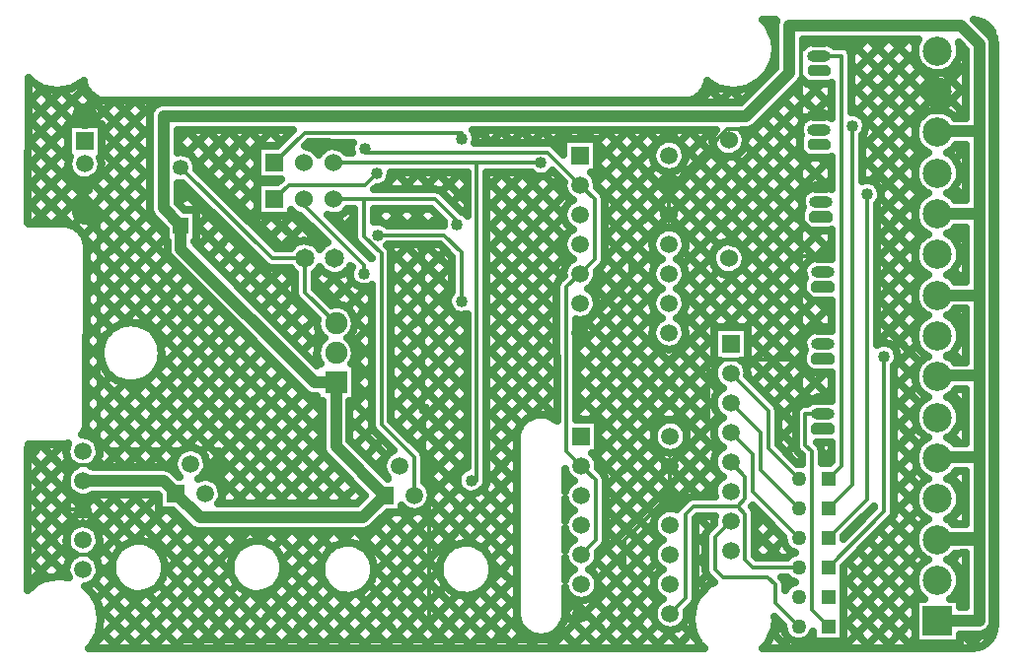
<source format=gbr>
G04 DipTrace 2.4.0.1*
%INBottom.gbr*%
%MOMM*%
%ADD13C,1.0*%
%ADD14C,0.33*%
%ADD15C,0.635*%
%ADD19R,1.35X1.35*%
%ADD20C,1.35*%
%ADD21C,1.65*%
%ADD22C,1.27*%
%ADD23R,1.27X1.27*%
%ADD24R,2.5X2.5*%
%ADD25C,2.5*%
%ADD26R,1.5X1.5*%
%ADD27C,1.5*%
%ADD28R,1.524X1.524*%
%ADD29C,1.524*%
%ADD30O,2.0X1.0*%
%ADD31C,1.524*%
%ADD32C,1.5*%
%ADD33C,2.2*%
%ADD36C,1.9*%
%ADD37R,1.9X1.9*%
%ADD38C,1.016*%
%FSLAX53Y53*%
G04*
G71*
G90*
G75*
G01*
%LNBottom*%
%LPD*%
X89031Y13334D2*
D13*
X92600D1*
Y20500D1*
X89197D1*
X89031Y20334D1*
X92434D1*
X92600Y20500D1*
Y27400D1*
X89097D1*
X89031Y27334D1*
X92600Y27400D2*
Y34400D1*
X89097D1*
X89031Y34334D1*
X92600Y34400D2*
Y41334D1*
X89031D1*
X92600D2*
Y48334D1*
X89031D1*
X92600D2*
Y55400D1*
X89097D1*
X89031Y55334D1*
X23654Y24289D2*
X25718Y22225D1*
X39690D1*
X41595Y24130D1*
X24100Y47300D2*
X22600Y48800D1*
Y56700D1*
X72600D1*
X76300Y60400D1*
Y64500D1*
X91000D1*
X92600Y62900D1*
Y55400D1*
X23654Y24289D2*
Y24342D1*
X22636Y25360D1*
X15700D1*
X41595Y24130D2*
X37400Y28325D1*
Y33820D1*
X35580D1*
X24100Y45300D1*
Y47300D1*
X71335Y37200D2*
D14*
X71284Y37149D1*
X55000Y52700D2*
X49500D1*
Y25400D1*
X49000D1*
X37180Y52700D2*
X49500D1*
X15857Y48513D2*
Y50613D1*
X14787D1*
X14300Y51100D1*
Y55900D1*
X15113Y56713D1*
X15857D1*
Y48513D2*
X17000D1*
Y28100D1*
Y26700D1*
X14500D1*
Y22900D1*
X15620D1*
X15700Y22820D1*
X78870Y63180D2*
X77300D1*
Y59825D1*
Y56800D1*
X78840D1*
X78870Y56830D1*
X77300Y56800D2*
Y50600D1*
X78991D1*
X79028Y50638D1*
X77300Y50600D2*
Y44700D1*
X79092D1*
X79187Y44605D1*
X77300Y44700D2*
Y38300D1*
X79074D1*
X79187Y38413D1*
X77300Y38300D2*
Y35800D1*
Y32380D1*
X79187D1*
X65985Y48263D2*
Y50803D1*
X58365Y38103D2*
Y38165D1*
X62700Y42500D1*
Y44978D1*
X65985Y48263D1*
X66085Y24131D2*
Y26671D1*
Y24131D2*
X66031D1*
X62200Y20300D1*
Y17706D1*
X58465Y13971D1*
X27464Y26829D2*
Y28100D1*
X17000D1*
X66085Y26671D2*
X69379Y29965D1*
Y35194D1*
X69985Y35800D1*
X77300D1*
X44900Y45300D2*
Y31600D1*
X45000D1*
X14500Y22900D2*
Y19000D1*
X16300D1*
X23700Y11600D1*
X46480D1*
X56094D1*
X58465Y13971D1*
X45000Y31600D2*
Y27700D1*
X45900Y26800D1*
X45770Y26670D1*
X45405D1*
Y12675D1*
X46480Y11600D1*
X78870Y63180D2*
X85420D1*
X89100Y59500D1*
Y58903D1*
X89031Y58834D1*
X65985Y50803D2*
X66203D1*
X71000Y55600D1*
X73075D1*
X77300Y59825D1*
X41000Y46500D2*
X46694D1*
X48200Y44994D1*
Y40800D1*
X39800Y43200D2*
Y43900D1*
X34140Y49560D1*
X34680D1*
X79187Y31110D2*
X77692D1*
Y28465D1*
X78253Y27904D1*
Y14262D1*
X79663Y12852D1*
X37220Y49560D2*
X39802D1*
X45940D1*
X48100Y47400D1*
X47800D1*
X39802Y49560D2*
Y46398D1*
X41300Y44900D1*
Y30237D1*
X44135Y27402D1*
Y24130D1*
X84462Y36079D2*
Y22731D1*
X79663Y17932D1*
X78870Y61910D2*
X80793D1*
Y26683D1*
X79663Y25553D1*
X37400Y38900D2*
X34760Y41540D1*
Y44500D1*
X31900D1*
X24100Y52300D1*
X83000Y50000D2*
Y23809D1*
X79663Y20472D1*
X81700Y55900D2*
Y25050D1*
X79663Y23013D1*
X71284Y34609D2*
X74509Y31384D1*
Y28167D1*
X77123Y25553D1*
X71284Y32069D2*
X73849Y29504D1*
Y26287D1*
X77123Y23013D1*
X71284Y29529D2*
X73189Y27624D1*
Y24406D1*
X77123Y20472D1*
Y17932D2*
X73189D1*
X72529Y18592D1*
Y22494D1*
X71869Y23154D1*
X68065D1*
X67405Y22494D1*
Y15291D1*
X66085Y13971D1*
X71869Y23154D2*
X72529Y23814D1*
Y25744D1*
X71284Y26989D1*
Y21909D2*
X69928Y20553D1*
Y17772D1*
X70588Y17112D1*
X74452D1*
X75112Y16452D1*
Y14863D1*
X77123Y12852D1*
X48200Y54800D2*
Y55300D1*
X34700D1*
X32100Y52700D1*
X40900Y51800D2*
X39917Y50817D1*
X33397D1*
X32140Y49560D1*
X58465Y19051D2*
X59710Y20296D1*
Y25426D1*
X58465Y26671D1*
X58365Y50803D2*
X55568Y53600D1*
X39900D1*
Y53900D1*
X58365Y43183D2*
X59610Y44428D1*
Y49558D1*
X58365Y50803D1*
X58465Y26671D2*
X57200Y27936D1*
Y42018D1*
X58365Y43183D1*
D38*
X45000Y31600D3*
X44900Y45300D3*
X49000Y25400D3*
X55000Y52700D3*
X48200Y40800D3*
X41000Y46500D3*
X39800Y43200D3*
X47800Y47400D3*
X84462Y36079D3*
X83000Y50000D3*
X81700Y55900D3*
X48200Y54800D3*
X39900Y53900D3*
X40900Y51800D3*
X12227Y59088D2*
D15*
X11026Y57887D1*
X13848Y58912D2*
X11026Y56091D1*
X15861Y59130D2*
X11026Y54295D1*
X16731Y58204D2*
X11026Y52499D1*
X18303Y57979D2*
X16407Y56084D1*
X14388Y54064D2*
X11026Y50703D1*
X20099Y57979D2*
X17326Y55207D1*
X14416Y52297D2*
X11026Y48906D1*
X21895Y57979D2*
X17326Y53411D1*
X15202Y51286D2*
X11440Y47524D1*
X21383Y55671D2*
X13236Y47524D1*
X21383Y53875D2*
X14850Y47342D1*
X24785Y55482D2*
X23816Y54512D1*
X21383Y52079D2*
X15790Y46486D1*
X26581Y55482D2*
X24679Y53579D1*
X21383Y50283D2*
X16021Y44921D1*
X28377Y55482D2*
X25472Y52576D1*
X21411Y48515D2*
X16021Y43125D1*
X30174Y55482D2*
X26180Y51488D1*
X24912Y50220D2*
X23921Y49229D1*
X22168Y47477D2*
X16021Y41329D1*
X31970Y55482D2*
X27078Y50590D1*
X25810Y49322D2*
X25184Y48696D1*
X22709Y46221D2*
X16021Y39533D1*
X30623Y52339D2*
X27976Y49692D1*
X26708Y48424D2*
X25493Y47209D1*
X23010Y44726D2*
X16021Y37737D1*
X31303Y51223D2*
X31119Y51039D1*
X30658Y50578D2*
X28874Y48794D1*
X27606Y47526D2*
X25612Y45532D1*
X23866Y43786D2*
X18947Y38867D1*
X17292Y37212D2*
X16021Y35941D1*
X36291Y54415D2*
X35666Y53789D1*
X30658Y48782D2*
X29772Y47896D1*
X28504Y46628D2*
X26510Y44634D1*
X24764Y42888D2*
X20743Y38867D1*
X17292Y35416D2*
X16021Y34145D1*
X38087Y54415D2*
X37746Y54073D1*
X31752Y48080D2*
X30670Y46998D1*
X29402Y45730D2*
X27408Y43736D1*
X25662Y41990D2*
X21809Y38137D1*
X18022Y34350D2*
X16021Y32349D1*
X12150Y28478D2*
X11026Y27354D1*
X33808Y48340D2*
X31568Y46100D1*
X30300Y44832D2*
X28306Y42838D1*
X26560Y41092D2*
X22413Y36944D1*
X19222Y33754D2*
X16021Y30553D1*
X13946Y28478D2*
X11026Y25558D1*
X34846Y47582D2*
X32649Y45385D1*
X31198Y43934D2*
X29204Y41940D1*
X27458Y40194D2*
X16449Y29185D1*
X14416Y27152D2*
X11026Y23762D1*
X35744Y46684D2*
X35076Y46016D1*
X32678Y43618D2*
X30102Y41042D1*
X28356Y39296D2*
X17158Y28098D1*
X14241Y25180D2*
X11026Y21966D1*
X42676Y51819D2*
X41299Y50443D1*
X38922Y48066D2*
X37918Y47061D1*
X33878Y43022D2*
X31000Y40144D1*
X29254Y38398D2*
X17431Y26575D1*
X14942Y24086D2*
X11026Y20170D1*
X44472Y51819D2*
X43095Y50443D1*
X41329Y48676D2*
X40682Y48029D1*
X36123Y43471D2*
X35644Y42992D1*
X33913Y41261D2*
X31898Y39246D1*
X30152Y37500D2*
X19227Y26575D1*
X16794Y24142D2*
X11026Y18374D1*
X49930Y55482D2*
X49417Y54968D1*
X46268Y51819D2*
X44891Y50443D1*
X43125Y48676D2*
X41853Y47405D1*
X37414Y42965D2*
X36009Y41561D1*
X34734Y40285D2*
X32796Y38348D1*
X31050Y36602D2*
X21023Y26575D1*
X18590Y24142D2*
X16140Y21692D1*
X14290Y19841D2*
X11026Y16578D1*
X51726Y55482D2*
X50728Y54484D1*
X48064Y51819D2*
X46505Y50261D1*
X44921Y48676D2*
X43628Y47384D1*
X38761Y42516D2*
X36907Y40663D1*
X35632Y39387D2*
X33694Y37450D1*
X31949Y35704D2*
X24440Y28196D1*
X23558Y27313D2*
X22813Y26568D1*
X20386Y24142D2*
X17074Y20829D1*
X14269Y18024D2*
X13467Y17223D1*
X53522Y55482D2*
X52525Y54484D1*
X48618Y50578D2*
X47410Y49370D1*
X46135Y48094D2*
X45425Y47384D1*
X43658Y45617D2*
X42183Y44143D1*
X40052Y42011D2*
X38339Y40298D1*
X36004Y37963D2*
X34592Y36552D1*
X32847Y34806D2*
X25949Y27908D1*
X22147Y24107D2*
X16793Y18752D1*
X55318Y55482D2*
X54321Y54484D1*
X51656Y51819D2*
X50385Y50548D1*
X48618Y48782D2*
X48349Y48513D1*
X45454Y45617D2*
X42183Y42347D1*
X40417Y40580D2*
X39047Y39211D1*
X35779Y35943D2*
X35490Y35654D1*
X33745Y33908D2*
X26341Y26505D1*
X22660Y22823D2*
X20041Y20205D1*
X18205Y18368D2*
X17046Y17209D1*
X16233Y16397D2*
X16069Y16232D1*
X57114Y55482D2*
X56011Y54379D1*
X53452Y51819D2*
X50385Y48752D1*
X46773Y45140D2*
X42183Y40551D1*
X40417Y38784D2*
X38851Y37218D1*
X34643Y33010D2*
X27099Y25467D1*
X23915Y22283D2*
X21613Y19980D1*
X18436Y16803D2*
X16828Y15195D1*
X58910Y55482D2*
X58242Y54814D1*
X54904Y51476D2*
X50385Y46956D1*
X47320Y43892D2*
X42183Y38755D1*
X40417Y36988D2*
X38914Y35485D1*
X35730Y32301D2*
X27660Y24232D1*
X24813Y21385D2*
X22511Y19082D1*
X19334Y15905D2*
X17214Y13785D1*
X60706Y55482D2*
X59835Y54610D1*
X56560Y51335D2*
X50385Y45160D1*
X47320Y42096D2*
X42183Y36959D1*
X40417Y35192D2*
X39068Y33843D1*
X36179Y30954D2*
X28664Y23439D1*
X26231Y21006D2*
X22742Y17518D1*
X20892Y15667D2*
X16246Y11021D1*
X62502Y55482D2*
X59835Y52814D1*
X57079Y50058D2*
X50385Y43364D1*
X47152Y40131D2*
X42183Y35162D1*
X40417Y33396D2*
X38619Y31598D1*
X36179Y29158D2*
X30460Y23439D1*
X28027Y21006D2*
X18042Y11021D1*
X64298Y55482D2*
X59821Y51004D1*
X56904Y48087D2*
X50385Y41568D1*
X48422Y39605D2*
X42183Y33366D1*
X40417Y31600D2*
X38619Y29802D1*
X36404Y27587D2*
X32256Y23439D1*
X29823Y21006D2*
X19838Y11021D1*
X75082Y64469D2*
X74737Y64124D1*
X69876Y59263D2*
X68528Y57915D1*
X66095Y55482D2*
X60459Y49847D1*
X57605Y46993D2*
X50385Y39772D1*
X48618Y38005D2*
X42183Y31570D1*
X40480Y29867D2*
X39040Y28427D1*
X37295Y26682D2*
X34052Y23439D1*
X31619Y21006D2*
X30860Y20247D1*
X28321Y17708D2*
X21634Y11021D1*
X71286Y58877D2*
X70324Y57915D1*
X67891Y55482D2*
X66914Y54505D1*
X64825Y52416D2*
X60495Y48086D1*
X57205Y44797D2*
X50385Y37976D1*
X48618Y36209D2*
X42611Y30202D1*
X41336Y28927D2*
X39938Y27529D1*
X38193Y25784D2*
X35848Y23439D1*
X33415Y21006D2*
X32137Y19728D1*
X28848Y16439D2*
X23430Y11021D1*
X75082Y60877D2*
X72120Y57915D1*
X69687Y55482D2*
X67447Y53242D1*
X66088Y51883D2*
X60495Y46290D1*
X56329Y42124D2*
X50385Y36180D1*
X48618Y34413D2*
X43509Y29304D1*
X42234Y28029D2*
X42059Y27854D1*
X41672Y27468D2*
X40836Y26631D1*
X39091Y24886D2*
X37644Y23439D1*
X35211Y21006D2*
X32852Y18647D1*
X29928Y15723D2*
X25226Y11021D1*
X79284Y63283D2*
X79124Y63123D1*
X69855Y53854D2*
X60495Y44494D1*
X56314Y40313D2*
X50385Y34384D1*
X48618Y32617D2*
X44407Y28406D1*
X37007Y21006D2*
X27022Y11021D1*
X81080Y63283D2*
X80588Y62791D1*
X77509Y59712D2*
X72597Y54800D1*
X70971Y53173D2*
X59456Y41659D1*
X56314Y38517D2*
X50385Y32588D1*
X48618Y30821D2*
X45018Y27221D1*
X38803Y21006D2*
X37798Y20001D1*
X36193Y18396D2*
X28818Y11021D1*
X82876Y63283D2*
X81668Y62075D1*
X79018Y59425D2*
X66647Y47054D1*
X64656Y45063D2*
X59716Y40123D1*
X58889Y39296D2*
X58081Y38488D1*
X56314Y36721D2*
X50385Y30792D1*
X48618Y29025D2*
X45018Y25424D1*
X42255Y22662D2*
X39461Y19868D1*
X36326Y16733D2*
X30614Y11021D1*
X84672Y63283D2*
X81675Y60286D1*
X79909Y58520D2*
X78132Y56743D1*
X77187Y55797D2*
X67426Y46037D1*
X64516Y43127D2*
X58081Y36692D1*
X56314Y34925D2*
X50385Y28996D1*
X48618Y27229D2*
X45600Y24211D1*
X44051Y22662D2*
X40401Y19012D1*
X37182Y15793D2*
X32410Y11021D1*
X86468Y63283D2*
X81675Y58490D1*
X77151Y53966D2*
X67209Y44023D1*
X65147Y41962D2*
X58081Y34896D1*
X56314Y33129D2*
X54033Y30848D1*
X53150Y29965D2*
X50385Y27200D1*
X47938Y24752D2*
X40710Y17525D1*
X38670Y15484D2*
X34206Y11021D1*
X87072Y62091D2*
X82061Y57080D1*
X78057Y53075D2*
X70927Y45946D1*
X69666Y44684D2*
X66837Y41856D1*
X64769Y39787D2*
X58081Y33100D1*
X56314Y31333D2*
X55906Y30925D1*
X52877Y27895D2*
X50385Y25403D1*
X49179Y24198D2*
X36002Y11021D1*
X87668Y60891D2*
X82910Y56133D1*
X79909Y53131D2*
X72253Y45476D1*
X70136Y43358D2*
X67454Y40677D1*
X64544Y37767D2*
X58081Y31304D1*
X52877Y26099D2*
X37798Y11021D1*
X93141Y64567D2*
X92908Y64334D1*
X91162Y62589D2*
X90999Y62426D1*
X88938Y60365D2*
X82580Y54007D1*
X79909Y51335D2*
X79157Y50583D1*
X77411Y48838D2*
X72442Y43869D1*
X71742Y43169D2*
X67321Y38748D1*
X65344Y36770D2*
X59253Y30679D1*
X52877Y24303D2*
X48673Y20099D1*
X46261Y17687D2*
X39594Y11021D1*
X93883Y63514D2*
X93735Y63365D1*
X91385Y61016D2*
X82579Y52210D1*
X77599Y47230D2*
X59932Y29563D1*
X52875Y22506D2*
X49998Y19628D1*
X46723Y16353D2*
X41389Y11020D1*
X93974Y61809D2*
X93820Y61655D1*
X91385Y59220D2*
X89433Y57268D1*
X87099Y54933D2*
X83351Y51185D1*
X79044Y46879D2*
X70785Y38620D1*
X69819Y37653D2*
X59686Y27521D1*
X57618Y25453D2*
X57126Y24960D1*
X52875Y20710D2*
X50755Y18590D1*
X47761Y15595D2*
X43185Y11020D1*
X93974Y60013D2*
X93820Y59859D1*
X91385Y57424D2*
X90577Y56616D1*
X87765Y53804D2*
X84207Y50245D1*
X79907Y45946D2*
X78489Y44527D1*
X77494Y43532D2*
X72581Y38620D1*
X69819Y35857D2*
X60185Y26223D1*
X52875Y18914D2*
X50475Y16513D1*
X49838Y15876D2*
X44981Y11020D1*
X93974Y58217D2*
X93820Y58063D1*
X87113Y51355D2*
X83884Y48126D1*
X77473Y41715D2*
X72750Y36992D1*
X69882Y34124D2*
X66408Y30650D1*
X64648Y28890D2*
X60591Y24834D1*
X52875Y17118D2*
X46777Y11020D1*
X93974Y56421D2*
X93820Y56267D1*
X91385Y53832D2*
X90605Y53052D1*
X87814Y50261D2*
X83884Y46330D1*
X78399Y40845D2*
X72673Y35119D1*
X69840Y32286D2*
X67418Y29864D1*
X65434Y27880D2*
X60591Y23038D1*
X52875Y15322D2*
X48573Y11020D1*
X93974Y54624D2*
X93820Y54471D1*
X91385Y52036D2*
X90984Y51634D1*
X87134Y47784D2*
X83884Y44534D1*
X79907Y40558D2*
X73255Y33905D1*
X70303Y30953D2*
X60591Y21242D1*
X57380Y18030D2*
X57128Y17779D1*
X52925Y13575D2*
X50369Y11020D1*
X93974Y52828D2*
X93820Y52675D1*
X91385Y50240D2*
X90696Y49551D1*
X87870Y46725D2*
X83884Y42738D1*
X79907Y38762D2*
X79506Y38360D1*
X77557Y36411D2*
X74153Y33007D1*
X69973Y28827D2*
X59890Y18744D1*
X53563Y12417D2*
X52165Y11020D1*
X93974Y51032D2*
X93820Y50879D1*
X87155Y44213D2*
X83884Y40942D1*
X77859Y34917D2*
X75051Y32109D1*
X69819Y26877D2*
X65994Y23052D1*
X64627Y21685D2*
X59883Y16941D1*
X58039Y15097D2*
X57126Y14184D1*
X54826Y11884D2*
X53961Y11020D1*
X93974Y49236D2*
X93820Y49082D1*
X91385Y46647D2*
X90675Y45937D1*
X87926Y43189D2*
X83884Y39146D1*
X79395Y34657D2*
X75395Y30657D1*
X70478Y25740D2*
X68772Y24034D1*
X65160Y20422D2*
X55758Y11020D1*
X93974Y47440D2*
X93820Y47286D1*
X91385Y44851D2*
X90942Y44408D1*
X87176Y40642D2*
X83884Y37350D1*
X79907Y33374D2*
X78861Y32327D1*
X76806Y30273D2*
X75395Y28861D1*
X68808Y22275D2*
X68288Y21754D1*
X64816Y18283D2*
X57554Y11020D1*
X93974Y45644D2*
X93820Y45490D1*
X91385Y43055D2*
X90879Y42549D1*
X87983Y39653D2*
X85315Y36985D1*
X76806Y28476D2*
X76139Y27809D1*
X69082Y20752D2*
X68288Y19958D1*
X64627Y16297D2*
X59350Y11020D1*
X93974Y43848D2*
X93820Y43694D1*
X87204Y37078D2*
X85343Y35217D1*
X77368Y27242D2*
X77037Y26911D1*
X69047Y18921D2*
X68288Y18162D1*
X64887Y14761D2*
X61146Y11020D1*
X93974Y42052D2*
X93820Y41898D1*
X91385Y39463D2*
X90745Y38823D1*
X88039Y36117D2*
X85343Y33421D1*
X79907Y27985D2*
X79134Y27212D1*
X74119Y22197D2*
X73409Y21487D1*
X69187Y17265D2*
X68288Y16366D1*
X64943Y13021D2*
X62942Y11020D1*
X93974Y40256D2*
X93820Y40102D1*
X91385Y37667D2*
X90844Y37126D1*
X87225Y33507D2*
X85343Y31625D1*
X75017Y21299D2*
X73409Y19691D1*
X67981Y14262D2*
X67537Y13819D1*
X66234Y12515D2*
X64738Y11020D1*
X93974Y38460D2*
X93820Y38306D1*
X91385Y35871D2*
X91131Y35617D1*
X88095Y32581D2*
X87951Y32437D1*
X87421Y31907D2*
X85343Y29829D1*
X75782Y20268D2*
X74328Y18814D1*
X68002Y12487D2*
X66534Y11020D1*
X93974Y36664D2*
X93820Y36510D1*
X87260Y29950D2*
X85343Y28033D1*
X76547Y19237D2*
X76124Y18814D1*
X68591Y11281D2*
X68337Y11027D1*
X93974Y34868D2*
X93820Y34714D1*
X91385Y32279D2*
X90809Y31702D1*
X87281Y28175D2*
X85343Y26237D1*
X76112Y17006D2*
X75927Y16821D1*
X93974Y33072D2*
X93820Y32918D1*
X91385Y30483D2*
X90563Y29661D1*
X90205Y29303D2*
X89981Y29078D1*
X87288Y26386D2*
X85343Y24441D1*
X93974Y31276D2*
X93820Y31122D1*
X87197Y24499D2*
X85329Y22631D1*
X75698Y13000D2*
X74813Y12114D1*
X93974Y29480D2*
X93820Y29326D1*
X90677Y26182D2*
X90037Y25542D1*
X87323Y22829D2*
X81015Y16520D1*
X76273Y11779D2*
X75514Y11020D1*
X93974Y27684D2*
X93820Y27530D1*
X91385Y25095D2*
X90865Y24574D1*
X87148Y20857D2*
X81015Y14724D1*
X78308Y12017D2*
X77310Y11020D1*
X93974Y25888D2*
X93820Y25734D1*
X91385Y23299D2*
X90093Y22007D1*
X87358Y19272D2*
X81015Y12928D1*
X79585Y11498D2*
X79106Y11020D1*
X93974Y24092D2*
X93820Y23938D1*
X87113Y17230D2*
X80902Y11020D1*
X93974Y22296D2*
X93820Y22142D1*
X90796Y19117D2*
X90149Y18471D1*
X87393Y15715D2*
X82698Y11020D1*
X93974Y20500D2*
X93820Y20346D1*
X91385Y17911D2*
X90914Y17439D1*
X87064Y13589D2*
X84494Y11020D1*
X93974Y18703D2*
X93820Y18550D1*
X91385Y16115D2*
X90570Y15299D1*
X87064Y11793D2*
X86290Y11020D1*
X93974Y16907D2*
X93820Y16754D1*
X88432Y11365D2*
X88086Y11020D1*
X93974Y15111D2*
X93820Y14958D1*
X90228Y11365D2*
X89883Y11020D1*
X93974Y13315D2*
X93792Y13134D1*
X92802Y12144D2*
X91679Y11020D1*
X92317Y64932D2*
X93932Y63317D1*
X93818Y61635D2*
X93974Y61479D1*
X90956Y62701D2*
X91385Y62272D1*
X93818Y59839D2*
X93974Y59683D1*
X90661Y61200D2*
X91385Y60476D1*
X93818Y58042D2*
X93974Y57887D1*
X86782Y63283D2*
X87141Y62924D1*
X89623Y60442D2*
X91385Y58680D1*
X93818Y56246D2*
X93974Y56091D1*
X84985Y63283D2*
X91385Y56883D1*
X93818Y54450D2*
X93974Y54295D1*
X83189Y63283D2*
X89182Y57290D1*
X93818Y52654D2*
X93974Y52499D1*
X81393Y63283D2*
X87793Y56883D1*
X90584Y54093D2*
X91385Y53291D1*
X93818Y50858D2*
X93974Y50703D1*
X79597Y63283D2*
X79907Y62973D1*
X81674Y61207D2*
X87106Y55775D1*
X90998Y51883D2*
X91385Y51495D1*
X93818Y49062D2*
X93974Y48907D1*
X77801Y63283D2*
X78002Y63083D1*
X81674Y59411D2*
X87744Y53340D1*
X90542Y50543D2*
X91385Y49699D1*
X93818Y47266D2*
X93974Y47111D1*
X74314Y64974D2*
X75081Y64208D1*
X81674Y57615D2*
X87092Y52197D1*
X93818Y45470D2*
X93974Y45315D1*
X78061Y59432D2*
X79907Y57585D1*
X82579Y54913D2*
X87695Y49797D1*
X90500Y46993D2*
X91385Y46107D1*
X93818Y43674D2*
X93974Y43519D1*
X74763Y60933D2*
X74917Y60779D1*
X76672Y59025D2*
X78918Y56778D1*
X82579Y53117D2*
X87078Y48619D1*
X90998Y44698D2*
X91385Y44311D1*
X93818Y41878D2*
X93974Y41723D1*
X75774Y58127D2*
X77480Y56420D1*
X84200Y49701D2*
X87646Y46254D1*
X90451Y43450D2*
X91350Y42550D1*
X93818Y40082D2*
X93974Y39927D1*
X72939Y59165D2*
X73130Y58974D1*
X74876Y57229D2*
X77220Y54884D1*
X79029Y53075D2*
X79907Y52197D1*
X83884Y48220D2*
X87071Y45034D1*
X93818Y38286D2*
X93974Y38131D1*
X71445Y58863D2*
X72232Y58076D1*
X73978Y56331D2*
X79753Y50555D1*
X83884Y46424D2*
X87597Y42711D1*
X90409Y39900D2*
X91385Y38923D1*
X93818Y36490D2*
X93974Y36334D1*
X69207Y59305D2*
X70597Y57915D1*
X72981Y55531D2*
X78020Y50492D1*
X83884Y44628D2*
X87064Y41449D1*
X90984Y37528D2*
X91385Y37127D1*
X93818Y34694D2*
X93974Y34538D1*
X68421Y58295D2*
X68801Y57915D1*
X72539Y54177D2*
X77312Y49405D1*
X83884Y42832D2*
X87555Y39161D1*
X90360Y36357D2*
X91098Y35618D1*
X93818Y32898D2*
X93974Y32742D1*
X69438Y55482D2*
X69734Y55186D1*
X71662Y53258D2*
X79907Y45013D1*
X83884Y41036D2*
X87064Y37857D1*
X93818Y31102D2*
X93974Y30946D1*
X67642Y55482D2*
X78574Y44550D1*
X83884Y39240D2*
X87513Y35611D1*
X90310Y32814D2*
X91385Y31739D1*
X93818Y29306D2*
X93974Y29150D1*
X65846Y55482D2*
X66830Y54498D1*
X67142Y54186D2*
X77543Y43785D1*
X83884Y37444D2*
X84076Y37252D1*
X85638Y35690D2*
X87064Y34264D1*
X90956Y30372D2*
X91385Y29943D1*
X93818Y27510D2*
X93974Y27354D1*
X64050Y55482D2*
X65041Y54491D1*
X67130Y52402D2*
X77473Y42059D1*
X78685Y40847D2*
X79907Y39625D1*
X85343Y34189D2*
X87470Y32061D1*
X90261Y29271D2*
X90915Y28617D1*
X93818Y25714D2*
X93974Y25558D1*
X62254Y55482D2*
X64529Y53207D1*
X65846Y51890D2*
X79374Y38362D1*
X85343Y32393D2*
X87078Y30658D1*
X93818Y23917D2*
X93974Y23762D1*
X60458Y55482D2*
X70240Y45700D1*
X72336Y43604D2*
X77873Y38067D1*
X85343Y30597D2*
X87428Y28511D1*
X90205Y25735D2*
X91385Y24555D1*
X93818Y22121D2*
X93974Y21966D1*
X58662Y55482D2*
X59330Y54814D1*
X59834Y54310D2*
X69643Y44501D1*
X71136Y43008D2*
X77592Y36552D1*
X79485Y34659D2*
X79907Y34236D1*
X85343Y28801D2*
X87092Y27052D1*
X90914Y23230D2*
X91385Y22758D1*
X93818Y20325D2*
X93974Y20170D1*
X56866Y55482D2*
X57534Y54814D1*
X59834Y52514D2*
X65307Y47040D1*
X67306Y45042D2*
X79907Y32440D1*
X85343Y27004D2*
X87393Y24954D1*
X90149Y22199D2*
X90628Y21720D1*
X93818Y18529D2*
X93974Y18374D1*
X55070Y55482D2*
X56896Y53656D1*
X59834Y50718D2*
X64536Y46016D1*
X67453Y43099D2*
X71937Y38614D1*
X72750Y37802D2*
X78280Y32272D1*
X85343Y25208D2*
X87113Y23439D1*
X93818Y16733D2*
X93974Y16578D1*
X53274Y55482D2*
X54272Y54484D1*
X60493Y48262D2*
X64746Y44009D1*
X66807Y41948D2*
X70141Y38614D1*
X72750Y36006D2*
X77031Y31725D1*
X85343Y23412D2*
X87358Y21397D1*
X90093Y18663D2*
X91385Y17370D1*
X93818Y14937D2*
X93974Y14782D1*
X51478Y55482D2*
X52476Y54484D1*
X55421Y51539D2*
X57492Y49468D1*
X60493Y46466D2*
X65111Y41849D1*
X67186Y39773D2*
X69819Y37141D1*
X75346Y31614D2*
X76806Y30153D1*
X79134Y27825D2*
X79900Y27059D1*
X84985Y21974D2*
X87148Y19812D1*
X90865Y16095D2*
X91385Y15574D1*
X93811Y13148D2*
X93966Y12994D1*
X49682Y55482D2*
X50679Y54484D1*
X53344Y51819D2*
X56896Y48268D1*
X60493Y44670D2*
X64522Y40642D1*
X67418Y37746D2*
X69938Y35226D1*
X75395Y29769D2*
X76827Y28336D1*
X84087Y21076D2*
X87323Y17840D1*
X92991Y12173D2*
X93448Y11716D1*
X51548Y51819D2*
X57022Y46346D1*
X59911Y43457D2*
X64641Y38727D1*
X66611Y36756D2*
X70240Y33128D1*
X83189Y20178D2*
X87197Y16171D1*
X91251Y12117D2*
X92290Y11077D1*
X50383Y51188D2*
X57323Y44248D1*
X59427Y42145D2*
X69882Y31690D1*
X82291Y19280D2*
X87064Y14508D1*
X90205Y11366D2*
X90550Y11021D1*
X47956Y51819D2*
X48617Y51159D1*
X50383Y49392D2*
X56839Y42936D1*
X59721Y40054D2*
X69861Y29915D1*
X81393Y18382D2*
X87064Y12712D1*
X88409Y11366D2*
X88754Y11021D1*
X46160Y51819D2*
X48617Y49362D1*
X50383Y47596D2*
X56320Y41659D1*
X58760Y39219D2*
X70099Y27880D1*
X81015Y16965D2*
X86958Y11021D1*
X44364Y51819D2*
X45740Y50443D1*
X50383Y45800D2*
X56320Y39863D1*
X58080Y38103D2*
X65581Y30602D1*
X67474Y28709D2*
X70485Y25698D1*
X73276Y22907D2*
X75775Y20408D1*
X81015Y15169D2*
X85162Y11021D1*
X42568Y51819D2*
X43944Y50443D1*
X50383Y44004D2*
X56320Y38067D1*
X58080Y36307D2*
X64690Y29697D1*
X66576Y27811D2*
X69819Y24569D1*
X73409Y20978D2*
X75572Y18816D1*
X81015Y13373D2*
X83366Y11021D1*
X38176Y54415D2*
X38675Y53916D1*
X41726Y50865D2*
X42148Y50443D1*
X43915Y48676D2*
X45207Y47384D1*
X50383Y42208D2*
X56320Y36271D1*
X58080Y34511D2*
X68556Y24035D1*
X73409Y19182D2*
X73776Y18816D1*
X75963Y16628D2*
X76190Y16401D1*
X81015Y11577D2*
X81570Y11021D1*
X36380Y54415D2*
X36681Y54115D1*
X42119Y48676D2*
X43411Y47384D1*
X45178Y45617D2*
X47319Y43476D1*
X50383Y40412D2*
X56320Y34475D1*
X58080Y32715D2*
X67216Y23579D1*
X68526Y22269D2*
X69447Y21348D1*
X79296Y11499D2*
X79774Y11021D1*
X40688Y48312D2*
X41334Y47665D1*
X43382Y45617D2*
X47319Y41680D1*
X50383Y38616D2*
X56320Y32679D1*
X58080Y30919D2*
X58320Y30679D1*
X59932Y29067D2*
X65946Y23053D1*
X68288Y20711D2*
X69047Y19952D1*
X77465Y11535D2*
X77978Y11021D1*
X31721Y55482D2*
X32663Y54540D1*
X38527Y48676D2*
X38921Y48282D1*
X42161Y45042D2*
X48617Y38586D1*
X50383Y36820D2*
X56320Y30883D1*
X59462Y27741D2*
X64823Y22380D1*
X68288Y18915D2*
X69047Y18156D1*
X74939Y12264D2*
X76182Y11021D1*
X29925Y55482D2*
X31225Y54182D1*
X37327Y48080D2*
X38921Y46486D1*
X42182Y43225D2*
X48617Y36790D1*
X50383Y35024D2*
X54370Y31037D1*
X60591Y24816D2*
X65181Y20226D1*
X68288Y17119D2*
X69138Y16269D1*
X28129Y55482D2*
X30621Y52990D1*
X42182Y41429D2*
X48617Y34994D1*
X50383Y33227D2*
X53303Y30308D1*
X60591Y23019D2*
X64620Y18991D1*
X26333Y55482D2*
X30776Y51039D1*
X33623Y48192D2*
X36206Y45609D1*
X38414Y43400D2*
X38570Y43245D1*
X39839Y41976D2*
X40415Y41400D1*
X42182Y39633D2*
X48617Y33198D1*
X50383Y31431D2*
X52875Y28939D1*
X60591Y21223D2*
X64725Y17090D1*
X67600Y14215D2*
X67902Y13913D1*
X24537Y55482D2*
X30663Y49355D1*
X31939Y48080D2*
X34108Y45911D1*
X37025Y42994D2*
X40415Y39603D1*
X42182Y37837D2*
X48617Y31402D1*
X50383Y29635D2*
X52875Y27143D1*
X57126Y22893D2*
X57394Y22625D1*
X60353Y19666D2*
X65013Y15006D1*
X67116Y12903D2*
X68479Y11540D1*
X20243Y57979D2*
X21388Y56834D1*
X23814Y54408D2*
X24686Y53537D1*
X25337Y52886D2*
X32838Y45385D1*
X35643Y42580D2*
X37693Y40530D1*
X39032Y39191D2*
X40415Y37807D1*
X42182Y36041D2*
X48617Y29606D1*
X50383Y27839D2*
X52875Y25347D1*
X59806Y18417D2*
X64711Y13512D1*
X65629Y12594D2*
X67202Y11021D1*
X18447Y57979D2*
X21381Y55045D1*
X32809Y43618D2*
X33877Y42550D1*
X38653Y37774D2*
X40415Y36011D1*
X42182Y34245D2*
X48617Y27810D1*
X50383Y26043D2*
X52875Y23551D1*
X59932Y16495D2*
X65406Y11021D1*
X15285Y59346D2*
X21383Y53248D1*
X23816Y50815D2*
X35730Y38901D1*
X38942Y35689D2*
X40417Y34214D1*
X42183Y32447D2*
X48246Y26384D1*
X49985Y24646D2*
X52877Y21754D1*
X59330Y15301D2*
X63611Y11020D1*
X13923Y58911D2*
X16752Y56082D1*
X17326Y55508D2*
X21383Y51452D1*
X25493Y47342D2*
X35842Y36992D1*
X39068Y33766D2*
X40417Y32418D1*
X42183Y30651D2*
X47881Y24953D1*
X48554Y24281D2*
X52877Y19958D1*
X57127Y15708D2*
X61815Y11020D1*
X11580Y59458D2*
X14956Y56082D1*
X17326Y53712D2*
X21383Y49656D1*
X38886Y32153D2*
X40417Y30622D1*
X45018Y26021D2*
X52877Y18162D1*
X57120Y13919D2*
X60019Y11020D1*
X11026Y58217D2*
X14388Y54855D1*
X17214Y52029D2*
X22709Y46534D1*
X38619Y30623D2*
X41679Y27563D1*
X45551Y23692D2*
X49271Y19972D1*
X50771Y18472D2*
X52877Y16366D1*
X56629Y12614D2*
X58223Y11020D1*
X11026Y56421D2*
X14437Y53009D1*
X16253Y51194D2*
X36179Y31267D1*
X38619Y28827D2*
X41848Y25599D1*
X44688Y22759D2*
X47566Y19881D1*
X50679Y16767D2*
X52877Y14570D1*
X55513Y11933D2*
X56427Y11020D1*
X11026Y54624D2*
X36179Y29471D1*
X42990Y22660D2*
X46612Y19039D1*
X49837Y15813D2*
X54631Y11020D1*
X11026Y52828D2*
X39785Y24069D1*
X41531Y22324D2*
X46268Y17587D1*
X48378Y15476D2*
X52835Y11020D1*
X11026Y51032D2*
X14683Y47376D1*
X15874Y46184D2*
X38614Y23445D1*
X40633Y21426D2*
X51039Y11020D1*
X11026Y49236D2*
X12739Y47523D1*
X16021Y44241D2*
X36818Y23445D1*
X39258Y21005D2*
X49243Y11020D1*
X16021Y42445D2*
X19460Y39006D1*
X22448Y36019D2*
X35021Y23445D1*
X37462Y21005D2*
X38368Y20098D1*
X40731Y17735D2*
X47446Y11020D1*
X16021Y40649D2*
X18176Y38494D1*
X21936Y34735D2*
X33225Y23445D1*
X35666Y21005D2*
X37021Y19649D1*
X40289Y16381D2*
X45650Y11020D1*
X16021Y38853D2*
X17377Y37497D1*
X20939Y33935D2*
X31429Y23445D1*
X33869Y21005D2*
X36242Y18632D1*
X39265Y15609D2*
X43854Y11020D1*
X16021Y37057D2*
X17187Y35891D1*
X19333Y33745D2*
X24785Y28293D1*
X26391Y26687D2*
X29633Y23445D1*
X32073Y21005D2*
X36418Y16660D1*
X37293Y15785D2*
X42058Y11020D1*
X16021Y35261D2*
X23663Y27619D1*
X27562Y23720D2*
X27837Y23445D1*
X30277Y21005D2*
X31079Y20203D1*
X32901Y18381D2*
X40262Y11020D1*
X16021Y33465D2*
X22975Y26511D1*
X28481Y21005D2*
X29507Y19979D1*
X32677Y16809D2*
X38466Y11020D1*
X16021Y31669D2*
X21109Y26581D1*
X26685Y21005D2*
X28602Y19088D1*
X31786Y15904D2*
X36670Y11020D1*
X15958Y29936D2*
X19313Y26581D1*
X21753Y24141D2*
X22190Y23704D1*
X23072Y22822D2*
X28363Y17530D1*
X30228Y15666D2*
X34874Y11020D1*
X16968Y27129D2*
X17517Y26581D1*
X19957Y24141D2*
X33078Y11020D1*
X13825Y28476D2*
X14241Y28061D1*
X18161Y24141D2*
X31282Y11020D1*
X12029Y28476D2*
X14409Y26097D1*
X16435Y24071D2*
X20253Y20253D1*
X22784Y17721D2*
X29486Y11020D1*
X11026Y27684D2*
X18976Y19733D1*
X22265Y16444D2*
X27690Y11020D1*
X11026Y25888D2*
X15230Y21684D1*
X17102Y19812D2*
X18261Y18653D1*
X21192Y15722D2*
X25894Y11020D1*
X11026Y24092D2*
X14318Y20800D1*
X17137Y17981D2*
X24098Y11020D1*
X11026Y22296D2*
X14591Y18730D1*
X16688Y16634D2*
X22302Y11020D1*
X11026Y20500D2*
X14388Y17138D1*
X17102Y14424D2*
X20506Y11020D1*
X11026Y18703D2*
X12627Y17102D1*
X17123Y12607D2*
X18710Y11020D1*
X11026Y16907D2*
X11413Y16520D1*
X16596Y11337D2*
X16914Y11020D1*
X24409Y48648D2*
X25448D1*
Y45952D1*
X25279D1*
X25378Y45680D1*
X35783Y35276D1*
X35777Y35443D1*
X36059Y35446D1*
X35907Y35724D1*
X35812Y36026D1*
X35777Y36342D1*
X35805Y36657D1*
X35893Y36962D1*
X36039Y37243D1*
X36236Y37491D1*
X36395Y37625D1*
X36262Y37743D1*
X36059Y37986D1*
X35907Y38264D1*
X35812Y38566D1*
X35777Y38882D1*
X35829Y39283D1*
X34168Y40948D1*
X33990Y41209D1*
X33922Y41540D1*
Y43257D1*
X33727Y43415D1*
X33517Y43665D1*
X31900Y43662D1*
X31590Y43722D1*
X31308Y43908D1*
X24257Y50958D1*
X23995Y50956D1*
X23773Y50985D1*
Y49288D1*
X24405Y48654D1*
X22918Y45952D2*
X22752D1*
Y46994D1*
X21771Y47971D1*
X21579Y48223D1*
X21443Y48609D1*
X21427Y49435D1*
Y56700D1*
X21470Y57014D1*
X21595Y57304D1*
X21793Y57551D1*
X22050Y57736D1*
X22409Y57857D1*
X23235Y57873D1*
X72120D1*
X75131Y60890D1*
X75127Y64500D1*
X75193Y64882D1*
X75129Y65022D1*
X74008D1*
X74365Y64666D1*
X74453Y64549D1*
X74895Y63675D1*
X74941Y63536D1*
X75091Y62568D1*
X75093Y62422D1*
X74937Y61455D1*
X74893Y61315D1*
X74446Y60444D1*
X74361Y60325D1*
X73666Y59635D1*
X73549Y59547D1*
X72675Y59105D1*
X72536Y59059D1*
X71568Y58909D1*
X71422Y58907D1*
X70455Y59063D1*
X70315Y59107D1*
X69444Y59554D1*
X69248Y59716D1*
X69202Y59447D1*
X68995Y58974D1*
X68671Y58570D1*
X68254Y58264D1*
X67772Y58076D1*
X67343Y58023D1*
X17616Y58025D1*
X17148Y58098D1*
X16674Y58305D1*
X16270Y58629D1*
X15964Y59046D1*
X15776Y59528D1*
X15752Y59713D1*
X15549Y59547D1*
X14675Y59105D1*
X14536Y59059D1*
X13568Y58909D1*
X13422Y58907D1*
X12455Y59063D1*
X12315Y59107D1*
X11444Y59554D1*
X11325Y59639D1*
X10981Y59983D1*
X10978Y47559D1*
X10987Y47494D1*
X11361Y47478D1*
X14085Y47475D1*
X14553Y47402D1*
X15026Y47195D1*
X15430Y46871D1*
X15736Y46454D1*
X15924Y45972D1*
X15978Y45543D1*
X15975Y30415D1*
X15902Y29947D1*
X15695Y29474D1*
X15579Y29323D1*
X15978Y29296D1*
X16280Y29199D1*
X16553Y29039D1*
X16784Y28822D1*
X16961Y28559D1*
X17076Y28264D1*
X17123Y27900D1*
X17088Y27585D1*
X16984Y27286D1*
X16816Y27017D1*
X16593Y26792D1*
X16334Y26627D1*
X16653Y26533D1*
X22636D1*
X22949Y26490D1*
X23319Y26314D1*
X23914Y25740D1*
X23949Y25705D1*
X23651Y26192D1*
X23542Y26490D1*
X23501Y26804D1*
X23531Y27119D1*
X23630Y27420D1*
X23793Y27692D1*
X24012Y27921D1*
X24276Y28096D1*
X24572Y28208D1*
X24886Y28251D1*
X25202Y28225D1*
X25504Y28128D1*
X25777Y27968D1*
X26008Y27751D1*
X26185Y27488D1*
X26300Y27193D1*
X26347Y26829D1*
X26312Y26514D1*
X26207Y26215D1*
X26040Y25946D1*
X25817Y25721D1*
X25591Y25578D1*
X25842Y25668D1*
X26156Y25711D1*
X26472Y25685D1*
X26774Y25588D1*
X27047Y25428D1*
X27278Y25211D1*
X27455Y24948D1*
X27570Y24653D1*
X27617Y24289D1*
X27582Y23974D1*
X27477Y23675D1*
X27305Y23398D1*
X39202D1*
X39934Y24128D1*
X36571Y27495D1*
X36379Y27747D1*
X36243Y28133D1*
X36227Y28960D1*
Y32204D1*
X35777Y32197D1*
Y32644D1*
X35266Y32690D1*
X34897Y32866D1*
X34302Y33440D1*
X23271Y44471D1*
X23079Y44723D1*
X22943Y45109D1*
X22927Y45935D1*
Y45945D1*
X23774Y53607D2*
X24098Y53648D1*
X24413Y53611D1*
X24710Y53502D1*
X24974Y53326D1*
X25189Y53094D1*
X25344Y52818D1*
X25431Y52513D1*
X25448Y52300D1*
X25430Y52153D1*
X32249Y45336D1*
X33517Y45338D1*
X33812Y45660D1*
X34077Y45833D1*
X34373Y45947D1*
X34686Y45996D1*
X35003Y45978D1*
X35308Y45894D1*
X35589Y45747D1*
X35833Y45545D1*
X36033Y45287D1*
X36129Y45435D1*
X36352Y45660D1*
X36664Y45851D1*
X34346Y48169D1*
X34094Y48250D1*
X33821Y48411D1*
X33573Y48652D1*
X33575Y48125D1*
X30705D1*
Y50995D1*
X32382D1*
X32663Y51268D1*
X30665Y51265D1*
Y54135D1*
X32342D1*
X33746Y55531D1*
X23774Y55527D1*
X23773Y53614D1*
X38650Y43858D2*
X38505Y43610D1*
X38291Y43377D1*
X38033Y43193D1*
X37741Y43069D1*
X37430Y43008D1*
X37113Y43014D1*
X36805Y43086D1*
X36519Y43222D1*
X36267Y43415D1*
X36029Y43718D1*
X35965Y43610D1*
X35751Y43377D1*
X35598Y43268D1*
Y41891D1*
X37015Y40470D1*
X37372Y40523D1*
X37688Y40497D1*
X37993Y40411D1*
X38276Y40266D1*
X38524Y40070D1*
X38731Y39829D1*
X38886Y39553D1*
X38984Y39252D1*
X39023Y38900D1*
X38992Y38585D1*
X38900Y38281D1*
X38751Y38001D1*
X38551Y37756D1*
X38406Y37636D1*
X38731Y37289D1*
X38886Y37013D1*
X38984Y36712D1*
X39023Y36360D1*
X38992Y36045D1*
X38900Y35741D1*
X38733Y35438D1*
X39023Y35443D1*
Y32197D1*
X38576D1*
X38573Y28809D1*
X41829Y25555D1*
X41765Y25767D1*
X41592Y26033D1*
X41483Y26331D1*
X41442Y26645D1*
X41472Y26960D1*
X41570Y27261D1*
X41733Y27533D1*
X41952Y27762D1*
X42217Y27937D1*
X42356Y27989D1*
X40708Y29644D1*
X40530Y29905D1*
X40462Y30237D1*
Y42232D1*
X40361Y42161D1*
X40065Y42049D1*
X39750Y42020D1*
X39438Y42076D1*
X39153Y42212D1*
X38914Y42420D1*
X38738Y42683D1*
X38639Y42984D1*
X38623Y43300D1*
X38692Y43609D1*
X38759Y43757D1*
X38653Y43862D1*
X78354Y12436D2*
X78280Y12241D1*
X78099Y11981D1*
X77862Y11772D1*
X77580Y11626D1*
X77272Y11552D1*
X76956Y11555D1*
X76649Y11633D1*
X76370Y11783D1*
X76135Y11995D1*
X75958Y12258D1*
X75849Y12555D1*
X75815Y12870D1*
X75828Y12959D1*
X75064Y13725D1*
X75091Y13568D1*
X75093Y13422D1*
X74937Y12455D1*
X74893Y12315D1*
X74446Y11444D1*
X74361Y11325D1*
X74017Y10981D1*
X91941Y10977D1*
X92515Y11054D1*
X93004Y11254D1*
X93421Y11574D1*
X93742Y11990D1*
X93944Y12475D1*
X94022Y13057D1*
X93730Y13020D1*
X93605Y12730D1*
X93407Y12483D1*
X93150Y12298D1*
X92791Y12177D1*
X91965Y12161D1*
X90963D1*
X90954Y11411D1*
X87108D1*
Y15257D1*
X87931D1*
X87733Y15415D1*
X87517Y15648D1*
X87343Y15913D1*
X87215Y16203D1*
X87135Y16510D1*
X87108Y16826D1*
X87133Y17142D1*
X87209Y17450D1*
X87335Y17741D1*
X87507Y18007D1*
X87721Y18242D1*
X87970Y18438D1*
X88239Y18586D1*
X87984Y18721D1*
X87733Y18915D1*
X87517Y19148D1*
X87343Y19413D1*
X87215Y19703D1*
X87135Y20010D1*
X87108Y20326D1*
X87133Y20642D1*
X87209Y20950D1*
X87335Y21241D1*
X87507Y21507D1*
X87721Y21742D1*
X87970Y21938D1*
X88239Y22086D1*
X87984Y22221D1*
X87733Y22415D1*
X87517Y22648D1*
X87343Y22913D1*
X87215Y23203D1*
X87135Y23510D1*
X87108Y23826D1*
X87133Y24142D1*
X87209Y24450D1*
X87335Y24741D1*
X87507Y25007D1*
X87721Y25242D1*
X87970Y25438D1*
X88239Y25586D1*
X87984Y25721D1*
X87733Y25915D1*
X87517Y26148D1*
X87343Y26413D1*
X87215Y26703D1*
X87135Y27010D1*
X87108Y27326D1*
X87133Y27642D1*
X87209Y27950D1*
X87335Y28241D1*
X87507Y28507D1*
X87721Y28742D1*
X87970Y28938D1*
X88239Y29086D1*
X87984Y29221D1*
X87733Y29415D1*
X87517Y29648D1*
X87343Y29913D1*
X87215Y30203D1*
X87135Y30510D1*
X87108Y30826D1*
X87133Y31142D1*
X87209Y31450D1*
X87335Y31741D1*
X87507Y32007D1*
X87721Y32242D1*
X87970Y32438D1*
X88239Y32586D1*
X87984Y32721D1*
X87733Y32915D1*
X87517Y33148D1*
X87343Y33413D1*
X87215Y33703D1*
X87135Y34010D1*
X87108Y34326D1*
X87133Y34642D1*
X87209Y34950D1*
X87335Y35241D1*
X87507Y35507D1*
X87721Y35742D1*
X87970Y35938D1*
X88239Y36086D1*
X87984Y36221D1*
X87733Y36415D1*
X87517Y36648D1*
X87343Y36913D1*
X87215Y37203D1*
X87135Y37510D1*
X87108Y37826D1*
X87133Y38142D1*
X87209Y38450D1*
X87335Y38741D1*
X87507Y39007D1*
X87721Y39242D1*
X87970Y39438D1*
X88239Y39586D1*
X87984Y39721D1*
X87733Y39915D1*
X87517Y40148D1*
X87343Y40413D1*
X87215Y40703D1*
X87135Y41010D1*
X87108Y41326D1*
X87133Y41642D1*
X87209Y41950D1*
X87335Y42241D1*
X87507Y42507D1*
X87721Y42742D1*
X87970Y42938D1*
X88239Y43086D1*
X87984Y43221D1*
X87733Y43415D1*
X87517Y43648D1*
X87343Y43913D1*
X87215Y44203D1*
X87135Y44510D1*
X87108Y44826D1*
X87133Y45142D1*
X87209Y45450D1*
X87335Y45741D1*
X87507Y46007D1*
X87721Y46242D1*
X87970Y46438D1*
X88239Y46586D1*
X87984Y46721D1*
X87733Y46915D1*
X87517Y47148D1*
X87343Y47413D1*
X87215Y47703D1*
X87135Y48010D1*
X87108Y48326D1*
X87133Y48642D1*
X87209Y48950D1*
X87335Y49241D1*
X87507Y49507D1*
X87721Y49742D1*
X87970Y49938D1*
X88239Y50086D1*
X87984Y50221D1*
X87733Y50415D1*
X87517Y50648D1*
X87343Y50913D1*
X87215Y51203D1*
X87135Y51510D1*
X87108Y51826D1*
X87133Y52142D1*
X87209Y52450D1*
X87335Y52741D1*
X87507Y53007D1*
X87721Y53242D1*
X87970Y53438D1*
X88239Y53586D1*
X87984Y53721D1*
X87733Y53915D1*
X87517Y54148D1*
X87343Y54413D1*
X87215Y54703D1*
X87135Y55010D1*
X87108Y55326D1*
X87133Y55642D1*
X87209Y55950D1*
X87335Y56241D1*
X87507Y56507D1*
X87721Y56742D1*
X87970Y56938D1*
X88248Y57090D1*
X88547Y57195D1*
X88860Y57249D1*
X89177Y57251D1*
X89490Y57201D1*
X89790Y57101D1*
X90071Y56952D1*
X90322Y56759D1*
X90491Y56578D1*
X91428Y56573D1*
X91427Y62415D1*
X90824Y63018D1*
X90925Y62667D1*
X90954Y62334D1*
X90927Y62018D1*
X90850Y61711D1*
X90723Y61420D1*
X90549Y61154D1*
X90335Y60921D1*
X90085Y60726D1*
X89806Y60574D1*
X89506Y60471D1*
X89194Y60418D1*
X88876Y60417D1*
X88563Y60469D1*
X88263Y60571D1*
X87984Y60721D1*
X87733Y60915D1*
X87517Y61148D1*
X87343Y61413D1*
X87215Y61703D1*
X87135Y62010D1*
X87108Y62326D1*
X87133Y62642D1*
X87209Y62950D1*
X87394Y63332D1*
X79570Y63327D1*
X77477D1*
X77473Y62664D1*
X77658Y62843D1*
X77933Y62999D1*
X78240Y63076D1*
X78687Y63083D1*
X79557Y63068D1*
X79860Y62976D1*
X80173Y62755D1*
X80793Y62748D1*
X81103Y62689D1*
X81369Y62519D1*
X81553Y62263D1*
X81631Y61910D1*
Y57078D1*
X81850Y57071D1*
X82156Y56990D1*
X82429Y56829D1*
X82649Y56602D1*
X82802Y56325D1*
X82881Y55900D1*
X82838Y55586D1*
X82714Y55295D1*
X82536Y55071D1*
X82538Y51088D1*
X82833Y51169D1*
X83150Y51171D1*
X83456Y51090D1*
X83729Y50929D1*
X83949Y50702D1*
X84102Y50425D1*
X84181Y50000D1*
X84138Y49686D1*
X84014Y49395D1*
X83836Y49171D1*
X83838Y37072D1*
X83991Y37162D1*
X84295Y37248D1*
X84612Y37250D1*
X84918Y37169D1*
X85191Y37008D1*
X85411Y36782D1*
X85564Y36504D1*
X85643Y36079D1*
X85600Y35765D1*
X85476Y35474D1*
X85298Y35250D1*
X85300Y22731D1*
X85240Y22421D1*
X85055Y22139D1*
X80964Y18049D1*
X80971Y16624D1*
Y14084D1*
Y11544D1*
X78355D1*
Y12407D1*
X75949Y15954D2*
X76159Y16276D1*
X76400Y16482D1*
X76683Y16624D1*
X76828Y16656D1*
X76649Y16713D1*
X76369Y16863D1*
X76118Y17100D1*
X75645Y17094D1*
X75704Y17044D1*
X75881Y16783D1*
X75950Y16452D1*
Y15966D1*
X76131Y18776D2*
X76400Y19022D1*
X76683Y19164D1*
X76828Y19197D1*
X76649Y19254D1*
X76369Y19403D1*
X76135Y19616D1*
X75958Y19879D1*
X75849Y20176D1*
X75815Y20491D1*
X75827Y20579D1*
X73156Y23255D1*
X73058Y23158D1*
X73299Y22825D1*
X73367Y22494D1*
Y18932D1*
X73536Y18770D1*
X76116D1*
X80971Y20600D2*
Y20421D1*
X83624Y23078D1*
X83593Y23217D1*
X80976Y20600D1*
X90134Y15257D2*
X90954D1*
Y14513D1*
X91422Y14507D1*
X91427Y19158D1*
X90549Y19154D1*
X90335Y18921D1*
X90085Y18726D1*
X89832Y18589D1*
X90071Y18452D1*
X90322Y18259D1*
X90539Y18027D1*
X90714Y17763D1*
X90844Y17474D1*
X90925Y17167D1*
X90954Y16834D1*
X90927Y16518D1*
X90850Y16211D1*
X90723Y15920D1*
X90549Y15654D1*
X90335Y15421D1*
X90124Y15256D1*
X89817Y22087D2*
X90071Y21952D1*
X90397Y21679D1*
X91429Y21673D1*
X91427Y26225D1*
X90606Y26227D1*
X90335Y25921D1*
X90085Y25726D1*
X89832Y25589D1*
X90071Y25452D1*
X90322Y25259D1*
X90539Y25027D1*
X90714Y24763D1*
X90844Y24474D1*
X90925Y24167D1*
X90954Y23834D1*
X90927Y23518D1*
X90850Y23211D1*
X90723Y22920D1*
X90549Y22654D1*
X90335Y22421D1*
X90085Y22226D1*
X89832Y22089D1*
X89817Y29087D2*
X90071Y28952D1*
X90322Y28759D1*
X90491Y28578D1*
X91428Y28573D1*
X91427Y33224D1*
X90606Y33227D1*
X90335Y32921D1*
X90085Y32726D1*
X89832Y32589D1*
X90071Y32452D1*
X90322Y32259D1*
X90539Y32027D1*
X90714Y31763D1*
X90844Y31474D1*
X90925Y31167D1*
X90954Y30834D1*
X90927Y30518D1*
X90850Y30211D1*
X90723Y29920D1*
X90549Y29654D1*
X90335Y29421D1*
X90085Y29226D1*
X89832Y29089D1*
X89817Y36087D2*
X90071Y35952D1*
X90322Y35759D1*
X90491Y35578D1*
X91428Y35573D1*
X91427Y40165D1*
X90549Y40154D1*
X90335Y39921D1*
X90085Y39726D1*
X89832Y39589D1*
X90071Y39452D1*
X90322Y39259D1*
X90539Y39027D1*
X90714Y38763D1*
X90844Y38474D1*
X90925Y38167D1*
X90954Y37834D1*
X90927Y37518D1*
X90850Y37211D1*
X90723Y36920D1*
X90549Y36654D1*
X90335Y36421D1*
X90085Y36226D1*
X89832Y36089D1*
X89817Y43087D2*
X90071Y42952D1*
X90322Y42759D1*
X90555Y42502D1*
X91422Y42507D1*
X91427Y47158D1*
X90549Y47154D1*
X90335Y46921D1*
X90085Y46726D1*
X89832Y46589D1*
X90071Y46452D1*
X90322Y46259D1*
X90539Y46027D1*
X90714Y45763D1*
X90844Y45474D1*
X90925Y45167D1*
X90954Y44834D1*
X90927Y44518D1*
X90850Y44211D1*
X90723Y43920D1*
X90549Y43654D1*
X90335Y43421D1*
X90085Y43226D1*
X89832Y43089D1*
X89817Y50087D2*
X90071Y49952D1*
X90322Y49759D1*
X90555Y49502D1*
X91422Y49507D1*
X91427Y54218D1*
X90606Y54227D1*
X90335Y53921D1*
X90085Y53726D1*
X89832Y53589D1*
X90071Y53452D1*
X90322Y53259D1*
X90539Y53027D1*
X90714Y52763D1*
X90844Y52474D1*
X90925Y52167D1*
X90954Y51834D1*
X90927Y51518D1*
X90850Y51211D1*
X90723Y50920D1*
X90549Y50654D1*
X90335Y50421D1*
X90085Y50226D1*
X89832Y50089D1*
X22725Y17623D2*
X22659Y17312D1*
X22550Y17014D1*
X22401Y16734D1*
X22215Y16477D1*
X21994Y16249D1*
X21744Y16054D1*
X21469Y15896D1*
X21175Y15777D1*
X20867Y15700D1*
X20552Y15667D1*
X20235Y15679D1*
X19922Y15734D1*
X19621Y15832D1*
X19336Y15972D1*
X19073Y16149D1*
X18837Y16362D1*
X18634Y16605D1*
X18466Y16874D1*
X18337Y17164D1*
X18250Y17469D1*
X18206Y17784D1*
X18207Y18101D1*
X18251Y18415D1*
X18339Y18720D1*
X18469Y19009D1*
X18637Y19278D1*
X18842Y19521D1*
X19078Y19733D1*
X19341Y19910D1*
X19627Y20048D1*
X19929Y20146D1*
X20241Y20200D1*
X20558Y20210D1*
X20874Y20177D1*
X21181Y20099D1*
X21475Y19980D1*
X21749Y19820D1*
X21999Y19624D1*
X22219Y19396D1*
X22405Y19138D1*
X22553Y18858D1*
X22660Y18560D1*
X22726Y18249D1*
X22747Y17939D1*
X22725Y17623D1*
X32885D2*
X32819Y17312D1*
X32710Y17014D1*
X32561Y16734D1*
X32375Y16477D1*
X32154Y16249D1*
X31904Y16054D1*
X31629Y15896D1*
X31335Y15777D1*
X31027Y15700D1*
X30712Y15667D1*
X30395Y15679D1*
X30082Y15734D1*
X29781Y15832D1*
X29496Y15972D1*
X29233Y16149D1*
X28997Y16362D1*
X28794Y16605D1*
X28626Y16874D1*
X28497Y17164D1*
X28410Y17469D1*
X28366Y17784D1*
X28367Y18101D1*
X28411Y18415D1*
X28499Y18720D1*
X28629Y19009D1*
X28797Y19278D1*
X29002Y19521D1*
X29238Y19733D1*
X29501Y19910D1*
X29787Y20048D1*
X30089Y20146D1*
X30401Y20200D1*
X30718Y20210D1*
X31034Y20177D1*
X31341Y20099D1*
X31635Y19980D1*
X31909Y19820D1*
X32159Y19624D1*
X32379Y19396D1*
X32565Y19138D1*
X32713Y18858D1*
X32820Y18560D1*
X32886Y18249D1*
X32907Y17939D1*
X32885Y17623D1*
X40665Y17464D2*
X40599Y17153D1*
X40491Y16855D1*
X40342Y16575D1*
X40155Y16318D1*
X39935Y16090D1*
X39685Y15895D1*
X39410Y15737D1*
X39116Y15618D1*
X38808Y15541D1*
X38492Y15508D1*
X38175Y15520D1*
X37863Y15575D1*
X37561Y15673D1*
X37276Y15813D1*
X37013Y15990D1*
X36778Y16203D1*
X36574Y16446D1*
X36406Y16715D1*
X36278Y17005D1*
X36191Y17310D1*
X36147Y17625D1*
Y17942D1*
X36192Y18256D1*
X36280Y18561D1*
X36409Y18850D1*
X36578Y19119D1*
X36782Y19362D1*
X37019Y19574D1*
X37282Y19751D1*
X37567Y19889D1*
X37869Y19987D1*
X38182Y20041D1*
X38499Y20051D1*
X38814Y20018D1*
X39122Y19940D1*
X39416Y19821D1*
X39690Y19661D1*
X39940Y19465D1*
X40159Y19237D1*
X40345Y18979D1*
X40493Y18699D1*
X40601Y18401D1*
X40666Y18090D1*
X40687Y17780D1*
X40665Y17464D1*
X50825D2*
X50759Y17153D1*
X50651Y16855D1*
X50502Y16575D1*
X50315Y16318D1*
X50095Y16090D1*
X49845Y15895D1*
X49570Y15737D1*
X49276Y15618D1*
X48968Y15541D1*
X48652Y15508D1*
X48335Y15520D1*
X48023Y15575D1*
X47721Y15673D1*
X47436Y15813D1*
X47173Y15990D1*
X46938Y16203D1*
X46734Y16446D1*
X46566Y16715D1*
X46438Y17005D1*
X46351Y17310D1*
X46307Y17625D1*
Y17942D1*
X46352Y18256D1*
X46440Y18561D1*
X46569Y18850D1*
X46738Y19119D1*
X46942Y19362D1*
X47179Y19574D1*
X47442Y19751D1*
X47727Y19889D1*
X48029Y19987D1*
X48342Y20041D1*
X48659Y20051D1*
X48974Y20018D1*
X49282Y19940D1*
X49576Y19821D1*
X49850Y19661D1*
X50100Y19465D1*
X50319Y19237D1*
X50505Y18979D1*
X50653Y18699D1*
X50761Y18401D1*
X50826Y18090D1*
X50847Y17780D1*
X50825Y17464D1*
X34714Y54124D2*
X34862Y54118D1*
X35168Y54034D1*
X35448Y53886D1*
X35689Y53680D1*
X35906Y53362D1*
X36012Y53534D1*
X36224Y53770D1*
X36482Y53954D1*
X36774Y54076D1*
X37086Y54132D1*
X37402Y54118D1*
X37708Y54034D1*
X37988Y53886D1*
X38229Y53680D1*
X38329Y53545D1*
X38777Y53538D1*
X38739Y53684D1*
X38723Y54000D1*
X38792Y54309D1*
X38871Y54457D1*
X35054Y54462D1*
X34724Y54139D1*
X38376Y48718D2*
X38129Y48449D1*
X37863Y48277D1*
X37566Y48167D1*
X37251Y48125D1*
X36936Y48154D1*
X36644Y48247D1*
X40398Y44484D1*
X40462Y44524D1*
Y44554D1*
X39209Y45806D1*
X39032Y46067D1*
X38964Y46398D1*
Y48730D1*
X38383Y48722D1*
X79620Y28667D2*
X78677D1*
X78846Y28497D1*
X79023Y28235D1*
X79091Y27904D1*
X79099Y26861D1*
X79794D1*
X79955Y27030D1*
Y28657D1*
X79620Y28667D1*
X72525Y44173D2*
X72422Y43874D1*
X72255Y43604D1*
X72034Y43377D1*
X71768Y43205D1*
X71471Y43095D1*
X71156Y43053D1*
X70841Y43082D1*
X70539Y43178D1*
X70266Y43339D1*
X70035Y43555D1*
X69857Y43817D1*
X69740Y44112D1*
X69691Y44425D1*
X69713Y44741D1*
X69803Y45045D1*
X69957Y45322D1*
X70169Y45558D1*
X70427Y45742D1*
X70719Y45864D1*
X71031Y45920D1*
X71347Y45906D1*
X71653Y45822D1*
X71933Y45674D1*
X72174Y45468D1*
X72363Y45214D1*
X72492Y44924D1*
X72560Y44488D1*
X72525Y44173D1*
X14751Y56036D2*
X17280D1*
Y53191D1*
X17151D1*
X17232Y52977D1*
X17280Y52613D1*
X17244Y52299D1*
X17140Y51999D1*
X16973Y51731D1*
X16750Y51505D1*
X16482Y51335D1*
X16184Y51229D1*
X15869Y51191D1*
X15554Y51223D1*
X15254Y51325D1*
X14984Y51490D1*
X14757Y51711D1*
X14584Y51977D1*
X14475Y52274D1*
X14434Y52588D1*
X14464Y52904D1*
X14560Y53195D1*
X14434Y53191D1*
Y56036D1*
X14751D1*
X57820Y25408D2*
X57592Y25547D1*
X57365Y25768D1*
X57193Y26034D1*
X57079Y26361D1*
X57080Y24446D1*
X57171Y24722D1*
X57334Y24994D1*
X57553Y25223D1*
X57826Y25401D1*
X57820Y22868D2*
X57592Y23007D1*
X57365Y23228D1*
X57193Y23494D1*
X57079Y23821D1*
X57080Y21906D1*
X57171Y22182D1*
X57334Y22454D1*
X57553Y22683D1*
X57826Y22861D1*
X57820Y20328D2*
X57592Y20467D1*
X57365Y20688D1*
X57193Y20954D1*
X57079Y21281D1*
X57080Y19366D1*
X57171Y19642D1*
X57334Y19914D1*
X57553Y20143D1*
X57826Y20321D1*
X57820Y17788D2*
X57592Y17927D1*
X57365Y18148D1*
X57193Y18414D1*
X57079Y18741D1*
X57080Y16826D1*
X57171Y17102D1*
X57334Y17374D1*
X57553Y17603D1*
X57826Y17781D1*
X67482Y14188D2*
X67508Y13971D1*
X67473Y13656D1*
X67369Y13357D1*
X67201Y13088D1*
X66978Y12863D1*
X66711Y12693D1*
X66412Y12586D1*
X66098Y12548D1*
X65782Y12580D1*
X65482Y12682D1*
X65212Y12847D1*
X64985Y13068D1*
X64813Y13334D1*
X64703Y13631D1*
X64662Y13946D1*
X64692Y14261D1*
X64791Y14562D1*
X64954Y14834D1*
X65173Y15063D1*
X65446Y15241D1*
X65212Y15387D1*
X64985Y15608D1*
X64813Y15874D1*
X64703Y16171D1*
X64662Y16486D1*
X64692Y16801D1*
X64791Y17102D1*
X64954Y17374D1*
X65173Y17603D1*
X65446Y17781D1*
X65212Y17927D1*
X64985Y18148D1*
X64813Y18414D1*
X64703Y18711D1*
X64662Y19026D1*
X64692Y19341D1*
X64791Y19642D1*
X64954Y19914D1*
X65173Y20143D1*
X65446Y20321D1*
X65212Y20467D1*
X64985Y20688D1*
X64813Y20954D1*
X64703Y21251D1*
X64662Y21566D1*
X64692Y21881D1*
X64791Y22182D1*
X64954Y22454D1*
X65173Y22683D1*
X65437Y22858D1*
X65734Y22970D1*
X66047Y23013D1*
X66363Y22986D1*
X66673Y22885D1*
X66813Y23087D1*
X67473Y23747D1*
X67734Y23924D1*
X68065Y23992D1*
X69947Y23989D1*
X69902Y24110D1*
X69861Y24424D1*
X69891Y24739D1*
X69990Y25040D1*
X70153Y25312D1*
X70372Y25541D1*
X70639Y25726D1*
X70411Y25865D1*
X70184Y26086D1*
X70012Y26352D1*
X69902Y26650D1*
X69861Y26964D1*
X69891Y27279D1*
X69990Y27580D1*
X70153Y27852D1*
X70372Y28081D1*
X70639Y28266D1*
X70411Y28405D1*
X70184Y28626D1*
X70012Y28892D1*
X69902Y29190D1*
X69861Y29504D1*
X69891Y29819D1*
X69990Y30120D1*
X70153Y30392D1*
X70372Y30621D1*
X70639Y30806D1*
X70411Y30945D1*
X70184Y31166D1*
X70012Y31432D1*
X69902Y31730D1*
X69861Y32044D1*
X69891Y32359D1*
X69990Y32660D1*
X70153Y32932D1*
X70372Y33161D1*
X70639Y33346D1*
X70411Y33485D1*
X70184Y33706D1*
X70012Y33972D1*
X69902Y34270D1*
X69861Y34584D1*
X69891Y34899D1*
X69990Y35200D1*
X70153Y35472D1*
X70413Y35728D1*
X69861Y35726D1*
Y38572D1*
X72707D1*
Y35726D1*
X72161D1*
X72368Y35531D1*
X72545Y35268D1*
X72660Y34973D1*
X72707Y34609D1*
X72684Y34402D1*
X75102Y31977D1*
X75279Y31715D1*
X75347Y31384D1*
Y28517D1*
X77002Y26854D1*
X77309Y26848D1*
X77414Y26819D1*
X77415Y27567D1*
X77100Y27873D1*
X76923Y28134D1*
X76854Y28465D1*
Y31110D1*
X76914Y31420D1*
X77084Y31686D1*
X77340Y31870D1*
X77692Y31948D1*
X77861D1*
X77976Y32042D1*
X78251Y32198D1*
X78558Y32275D1*
X79005Y32283D1*
X79874Y32268D1*
X79959Y32242D1*
X79955Y34710D1*
X79302Y34700D1*
X78437D1*
X78147Y34766D1*
X77961Y34897D1*
X77711Y35147D1*
X77577Y35339D1*
X77514Y35623D1*
Y36123D1*
X77584Y36419D1*
X77623Y36649D1*
X77530Y36951D1*
X77521Y37268D1*
X77597Y37575D1*
X77752Y37851D1*
X77976Y38075D1*
X78251Y38232D1*
X78558Y38309D1*
X79005Y38316D1*
X79874Y38301D1*
X79959Y38275D1*
X79955Y40901D1*
X79302Y40892D1*
X78437D1*
X78147Y40958D1*
X77961Y41089D1*
X77711Y41339D1*
X77577Y41531D1*
X77514Y41815D1*
Y42315D1*
X77584Y42611D1*
X77623Y42841D1*
X77530Y43143D1*
X77521Y43460D1*
X77597Y43767D1*
X77752Y44043D1*
X77976Y44267D1*
X78251Y44423D1*
X78558Y44500D1*
X79005Y44508D1*
X79874Y44493D1*
X79959Y44467D1*
X79955Y46953D1*
X79778Y46925D1*
X78278D1*
X77988Y46991D1*
X77803Y47122D1*
X77553Y47372D1*
X77418Y47564D1*
X77356Y47848D1*
Y48348D1*
X77425Y48644D1*
X77465Y48874D1*
X77371Y49176D1*
X77362Y49493D1*
X77438Y49800D1*
X77593Y50076D1*
X77817Y50300D1*
X78092Y50457D1*
X78399Y50534D1*
X78846Y50541D1*
X79715Y50526D1*
X79952Y50454D1*
X79955Y53204D1*
X79669Y53120D1*
X78120Y53117D1*
X77829Y53183D1*
X77644Y53314D1*
X77394Y53564D1*
X77259Y53756D1*
X77197Y54040D1*
Y54540D1*
X77267Y54836D1*
X77306Y55066D1*
X77213Y55368D1*
X77203Y55685D1*
X77279Y55992D1*
X77435Y56268D1*
X77658Y56492D1*
X77933Y56648D1*
X78240Y56725D1*
X78687Y56733D1*
X79557Y56718D1*
X79860Y56625D1*
X79951Y56567D1*
X79955Y59554D1*
X79669Y59471D1*
X78120Y59468D1*
X77829Y59533D1*
X77644Y59665D1*
X77387Y59924D1*
X77129Y59571D1*
X73429Y55871D1*
X73177Y55679D1*
X72791Y55543D1*
X72253Y55527D1*
X72363Y55374D1*
X72492Y55084D1*
X72560Y54648D1*
X72525Y54333D1*
X72422Y54034D1*
X72255Y53764D1*
X72034Y53537D1*
X71768Y53365D1*
X71471Y53255D1*
X71156Y53213D1*
X70841Y53242D1*
X70539Y53338D1*
X70266Y53499D1*
X70035Y53715D1*
X69857Y53977D1*
X69740Y54272D1*
X69691Y54585D1*
X69713Y54901D1*
X69803Y55205D1*
X70003Y55533D1*
X64980Y55527D1*
X49135D1*
X49302Y55225D1*
X49381Y54800D1*
X49319Y54441D1*
X55568Y54438D1*
X55878Y54378D1*
X56161Y54193D1*
X56940Y53414D1*
X56942Y54766D1*
X59788D1*
Y51920D1*
X59242D1*
X59449Y51725D1*
X59626Y51462D1*
X59741Y51167D1*
X59788Y50803D1*
X59765Y50597D1*
X60203Y50151D1*
X60380Y49890D1*
X60448Y49558D1*
Y44428D1*
X60389Y44118D1*
X60203Y43836D1*
X59775Y43408D1*
X59788Y43183D1*
X59753Y42868D1*
X59649Y42569D1*
X59481Y42300D1*
X59258Y42075D1*
X58999Y41911D1*
X59218Y41782D1*
X59449Y41565D1*
X59626Y41302D1*
X59741Y41007D1*
X59788Y40643D1*
X59753Y40328D1*
X59649Y40029D1*
X59481Y39760D1*
X59258Y39535D1*
X58991Y39365D1*
X58692Y39259D1*
X58378Y39220D1*
X58034Y39262D1*
X58038Y30638D1*
X59888Y30634D1*
Y27788D1*
X59342D1*
X59549Y27593D1*
X59726Y27330D1*
X59841Y27035D1*
X59888Y26671D1*
X59865Y26464D1*
X60303Y26018D1*
X60480Y25757D1*
X60548Y25426D1*
Y20296D1*
X60489Y19986D1*
X60303Y19703D1*
X59875Y19275D1*
X59888Y19051D1*
X59853Y18736D1*
X59749Y18437D1*
X59581Y18168D1*
X59358Y17943D1*
X59099Y17778D1*
X59318Y17650D1*
X59549Y17433D1*
X59726Y17170D1*
X59841Y16875D1*
X59888Y16511D1*
X59853Y16196D1*
X59749Y15897D1*
X59581Y15628D1*
X59358Y15403D1*
X59091Y15233D1*
X58792Y15126D1*
X58478Y15088D1*
X58162Y15120D1*
X57862Y15222D1*
X57592Y15387D1*
X57365Y15608D1*
X57193Y15874D1*
X57079Y16201D1*
X57066Y13831D1*
X56962Y13315D1*
X56771Y12922D1*
X56572Y12649D1*
X56185Y12292D1*
X55799Y12087D1*
X55478Y11983D1*
X54955Y11922D1*
X54522Y11983D1*
X54201Y12087D1*
X53742Y12346D1*
X53428Y12649D1*
X53229Y12922D1*
X53010Y13401D1*
X52925Y13914D1*
X52921Y26383D1*
X52934Y29169D1*
X53038Y29685D1*
X53229Y30078D1*
X53428Y30351D1*
X53815Y30708D1*
X54201Y30913D1*
X54522Y31017D1*
X55045Y31078D1*
X55478Y31017D1*
X55799Y30913D1*
X56258Y30654D1*
X56365Y30559D1*
X56362Y42018D1*
X56422Y42328D1*
X56608Y42611D1*
X56965Y42969D1*
X56942Y43158D1*
X56972Y43474D1*
X57071Y43775D1*
X57234Y44046D1*
X57453Y44275D1*
X57726Y44454D1*
X57492Y44600D1*
X57265Y44821D1*
X57093Y45087D1*
X56983Y45384D1*
X56942Y45698D1*
X56972Y46014D1*
X57071Y46315D1*
X57234Y46586D1*
X57453Y46815D1*
X57726Y46994D1*
X57492Y47140D1*
X57265Y47361D1*
X57093Y47627D1*
X56983Y47924D1*
X56942Y48238D1*
X56972Y48554D1*
X57071Y48855D1*
X57234Y49126D1*
X57453Y49355D1*
X57726Y49534D1*
X57492Y49680D1*
X57265Y49901D1*
X57093Y50167D1*
X56983Y50464D1*
X56942Y50778D1*
X56966Y51025D1*
X55970Y52014D1*
X55817Y51847D1*
X55561Y51661D1*
X55265Y51549D1*
X54950Y51520D1*
X54638Y51576D1*
X54353Y51712D1*
X54181Y51861D1*
X50347Y51862D1*
X50338Y50478D1*
Y25400D1*
X50278Y25090D1*
X50101Y24818D1*
X49817Y24547D1*
X49561Y24361D1*
X49265Y24249D1*
X48950Y24220D1*
X48638Y24276D1*
X48353Y24412D1*
X48114Y24620D1*
X47938Y24883D1*
X47839Y25184D1*
X47823Y25500D1*
X47892Y25809D1*
X48041Y26089D1*
X48258Y26319D1*
X48529Y26483D1*
X48671Y26523D1*
X48662Y27940D1*
Y39717D1*
X48465Y39649D1*
X48150Y39620D1*
X47838Y39676D1*
X47553Y39812D1*
X47314Y40020D1*
X47138Y40283D1*
X47039Y40584D1*
X47023Y40900D1*
X47092Y41209D1*
X47241Y41489D1*
X47356Y41611D1*
X47362Y44640D1*
X46352Y45657D1*
X41822Y45662D1*
X41777Y45618D1*
X41893Y45493D1*
X42070Y45231D1*
X42138Y44900D1*
Y30583D1*
X44727Y27995D1*
X44904Y27733D1*
X44972Y27402D1*
X44988Y25269D1*
X45218Y25052D1*
X45396Y24789D1*
X45510Y24494D1*
X45557Y24130D1*
X45522Y23815D1*
X45418Y23516D1*
X45250Y23247D1*
X45027Y23022D1*
X44760Y22852D1*
X44462Y22745D1*
X44147Y22707D1*
X43832Y22740D1*
X43532Y22841D1*
X43262Y23006D1*
X43018Y23252D1*
X43017Y22707D1*
X41837D1*
X40519Y21396D1*
X40267Y21204D1*
X39881Y21068D1*
X39055Y21052D1*
X25718D1*
X25404Y21095D1*
X25035Y21271D1*
X24440Y21845D1*
X23422Y22862D1*
X22231Y22866D1*
Y24106D1*
X22144Y24193D1*
X17556Y24187D1*
X16514D1*
X16325Y24082D1*
X16027Y23975D1*
X15713Y23937D1*
X15397Y23970D1*
X15097Y24071D1*
X14827Y24236D1*
X14600Y24457D1*
X14428Y24723D1*
X14318Y25021D1*
X14277Y25335D1*
X14307Y25650D1*
X14406Y25951D1*
X14569Y26223D1*
X14788Y26452D1*
X15061Y26630D1*
X14827Y26776D1*
X14600Y26997D1*
X14428Y27263D1*
X14318Y27561D1*
X14277Y27875D1*
X14307Y28190D1*
X14452Y28568D1*
X14043Y28523D1*
X10994Y28513D1*
X10978Y28139D1*
Y15985D1*
X11428Y16441D1*
X11546Y16531D1*
X12419Y16987D1*
X12562Y17036D1*
X13529Y17191D1*
X13681Y17193D1*
X14454Y17066D1*
X14318Y17401D1*
X14277Y17715D1*
X14307Y18030D1*
X14406Y18331D1*
X14569Y18603D1*
X14788Y18832D1*
X15061Y19010D1*
X14827Y19156D1*
X14600Y19377D1*
X14428Y19643D1*
X14318Y19941D1*
X14277Y20255D1*
X14307Y20570D1*
X14406Y20871D1*
X14569Y21143D1*
X14788Y21372D1*
X15052Y21547D1*
X15348Y21659D1*
X15662Y21702D1*
X15978Y21676D1*
X16280Y21579D1*
X16553Y21419D1*
X16784Y21202D1*
X16961Y20939D1*
X17076Y20644D1*
X17123Y20280D1*
X17088Y19965D1*
X16984Y19666D1*
X16816Y19397D1*
X16593Y19172D1*
X16334Y19007D1*
X16553Y18879D1*
X16784Y18662D1*
X16961Y18399D1*
X17076Y18104D1*
X17123Y17740D1*
X17088Y17425D1*
X16984Y17126D1*
X16816Y16857D1*
X16593Y16632D1*
X16325Y16462D1*
X16027Y16355D1*
X15880Y16337D1*
X16471Y15719D1*
X16556Y15602D1*
X16997Y14700D1*
X17042Y14565D1*
X17192Y13566D1*
X17193Y13424D1*
X17037Y12427D1*
X16996Y12290D1*
X16549Y11391D1*
X16466Y11272D1*
X16183Y10980D1*
X68993Y10977D1*
X68635Y11334D1*
X68547Y11451D1*
X68105Y12325D1*
X68059Y12464D1*
X67909Y13432D1*
X67907Y13578D1*
X68063Y14545D1*
X68107Y14685D1*
X68554Y15556D1*
X68639Y15675D1*
X69334Y16365D1*
X69451Y16453D1*
X69849Y16655D1*
X69336Y17179D1*
X69158Y17440D1*
X69090Y17772D1*
Y20553D1*
X69150Y20863D1*
X69336Y21146D1*
X69876Y21686D1*
X69861Y21884D1*
X69891Y22199D1*
X69931Y22322D1*
X68406Y22316D1*
X68243Y22147D1*
Y15291D1*
X68184Y14981D1*
X67998Y14698D1*
X67485Y14186D1*
X67473Y28896D2*
X67369Y28597D1*
X67201Y28328D1*
X66978Y28103D1*
X66711Y27933D1*
X66412Y27826D1*
X66098Y27788D1*
X65782Y27820D1*
X65482Y27922D1*
X65212Y28087D1*
X64985Y28308D1*
X64813Y28574D1*
X64703Y28871D1*
X64662Y29186D1*
X64692Y29501D1*
X64791Y29802D1*
X64954Y30074D1*
X65173Y30303D1*
X65437Y30478D1*
X65734Y30590D1*
X66047Y30633D1*
X66363Y30606D1*
X66665Y30510D1*
X66938Y30350D1*
X67169Y30133D1*
X67346Y29870D1*
X67461Y29575D1*
X67508Y29211D1*
X67473Y28896D1*
X67373Y37788D2*
X67269Y37489D1*
X67101Y37220D1*
X66878Y36995D1*
X66611Y36825D1*
X66312Y36719D1*
X65998Y36680D1*
X65682Y36713D1*
X65382Y36814D1*
X65112Y36980D1*
X64885Y37201D1*
X64713Y37467D1*
X64603Y37764D1*
X64562Y38078D1*
X64592Y38394D1*
X64691Y38695D1*
X64854Y38966D1*
X65073Y39195D1*
X65346Y39374D1*
X65112Y39520D1*
X64885Y39741D1*
X64713Y40007D1*
X64603Y40304D1*
X64562Y40618D1*
X64592Y40934D1*
X64691Y41235D1*
X64854Y41506D1*
X65073Y41735D1*
X65346Y41914D1*
X65112Y42060D1*
X64885Y42281D1*
X64713Y42547D1*
X64603Y42844D1*
X64562Y43158D1*
X64592Y43474D1*
X64691Y43775D1*
X64854Y44046D1*
X65073Y44275D1*
X65346Y44454D1*
X65112Y44600D1*
X64885Y44821D1*
X64713Y45087D1*
X64603Y45384D1*
X64562Y45698D1*
X64592Y46014D1*
X64691Y46315D1*
X64854Y46586D1*
X65073Y46815D1*
X65337Y46990D1*
X65634Y47102D1*
X65947Y47146D1*
X66263Y47119D1*
X66565Y47023D1*
X66838Y46862D1*
X67069Y46645D1*
X67246Y46382D1*
X67361Y46087D1*
X67408Y45723D1*
X67373Y45408D1*
X67269Y45109D1*
X67101Y44840D1*
X66878Y44615D1*
X66619Y44451D1*
X66838Y44322D1*
X67069Y44105D1*
X67246Y43842D1*
X67361Y43547D1*
X67408Y43183D1*
X67373Y42868D1*
X67269Y42569D1*
X67101Y42300D1*
X66878Y42075D1*
X66619Y41911D1*
X66838Y41782D1*
X67069Y41565D1*
X67246Y41302D1*
X67361Y41007D1*
X67408Y40643D1*
X67373Y40328D1*
X67269Y40029D1*
X67101Y39760D1*
X66878Y39535D1*
X66619Y39371D1*
X66838Y39242D1*
X67069Y39025D1*
X67246Y38762D1*
X67361Y38467D1*
X67408Y38103D1*
X67373Y37788D1*
Y53028D2*
X67269Y52729D1*
X67101Y52460D1*
X66878Y52235D1*
X66611Y52065D1*
X66312Y51959D1*
X65998Y51920D1*
X65682Y51953D1*
X65382Y52054D1*
X65112Y52220D1*
X64885Y52441D1*
X64713Y52707D1*
X64603Y53004D1*
X64562Y53318D1*
X64592Y53634D1*
X64691Y53935D1*
X64854Y54206D1*
X65073Y54435D1*
X65337Y54610D1*
X65634Y54722D1*
X65947Y54766D1*
X66263Y54739D1*
X66565Y54643D1*
X66838Y54482D1*
X67069Y54265D1*
X67246Y54002D1*
X67361Y53707D1*
X67408Y53343D1*
X67373Y53028D1*
X22402Y36043D2*
X22344Y35731D1*
X22250Y35428D1*
X22119Y35139D1*
X21955Y34868D1*
X21758Y34618D1*
X21534Y34394D1*
X21283Y34199D1*
X21011Y34036D1*
X20722Y33907D1*
X20418Y33813D1*
X20106Y33757D1*
X19789Y33739D1*
X19473Y33760D1*
X19161Y33818D1*
X18858Y33914D1*
X18570Y34046D1*
X18299Y34212D1*
X18050Y34409D1*
X17827Y34634D1*
X17633Y34885D1*
X17471Y35158D1*
X17343Y35448D1*
X17251Y35752D1*
X17196Y36065D1*
X17179Y36381D1*
X17201Y36698D1*
X17261Y37010D1*
X17358Y37312D1*
X17491Y37600D1*
X17658Y37870D1*
X17856Y38118D1*
X18082Y38340D1*
X18334Y38533D1*
X18608Y38694D1*
X18898Y38821D1*
X19202Y38912D1*
X19515Y38965D1*
X19832Y38981D1*
X20149Y38958D1*
X20460Y38896D1*
X20762Y38798D1*
X21049Y38664D1*
X21318Y38496D1*
X21565Y38297D1*
X21787Y38069D1*
X21979Y37817D1*
X22139Y37543D1*
X22265Y37252D1*
X22354Y36947D1*
X22406Y36634D1*
X22421Y36360D1*
X22402Y36043D1*
X40633Y47612D2*
X40833Y47669D1*
X41150Y47671D1*
X41456Y47590D1*
X41729Y47429D1*
X41818Y47337D1*
X46629Y47338D1*
X46623Y47500D1*
X46660Y47664D1*
X45592Y48723D1*
X40632Y48722D1*
X40640Y47625D1*
X48170Y48513D2*
X48256Y48490D1*
X48529Y48329D1*
X48660Y48195D1*
X48662Y51862D1*
X42088D1*
X42038Y51486D1*
X41914Y51195D1*
X41717Y50947D1*
X41461Y50761D1*
X41165Y50649D1*
X40919Y50627D1*
X40686Y50401D1*
X45940Y50398D1*
X46250Y50338D1*
X46533Y50153D1*
X48167Y48518D1*
X93740Y64014D2*
X93418Y64429D1*
X93000Y64747D1*
X92514Y64947D1*
X92159Y65000D1*
X93429Y63729D1*
X93621Y63477D1*
X93757Y63091D1*
X93773Y62265D1*
X93772Y20490D1*
X93773Y13334D1*
X93730Y13020D1*
X94023Y13053D1*
Y62938D1*
D19*
X24100Y47300D3*
D20*
Y52300D3*
D21*
X37300Y44500D3*
X34760D3*
D22*
X77123Y12852D3*
D23*
X79663D3*
D22*
X77123Y15392D3*
D23*
X79663D3*
D22*
X77123Y17932D3*
D23*
X79663D3*
D22*
X77123Y20472D3*
D23*
X79663D3*
D22*
X77123Y23013D3*
D23*
X79663D3*
D22*
X77123Y25553D3*
D23*
X79663D3*
D24*
X89031Y13334D3*
D25*
Y16834D3*
Y20334D3*
Y23834D3*
Y27334D3*
Y30834D3*
Y34334D3*
Y37834D3*
Y41334D3*
Y44834D3*
Y48334D3*
Y51834D3*
Y55334D3*
Y58834D3*
Y62334D3*
D26*
X23654Y24289D3*
D27*
X24924Y26829D3*
X26194Y24289D3*
X27464Y26829D3*
D26*
X41595Y24130D3*
D27*
X42865Y26670D3*
X44135Y24130D3*
X45405Y26670D3*
D28*
X32100Y52700D3*
D29*
X34640D3*
X37180D3*
D28*
X32140Y49560D3*
D29*
X34680D3*
X37220D3*
G36*
X79937Y29340D2*
X80187Y29590D1*
Y30090D1*
X79937Y30340D1*
X78437D1*
X78187Y30090D1*
Y29590D1*
X78437Y29340D1*
X79937D1*
G37*
D30*
X79187Y31110D3*
Y32380D3*
G36*
X79937Y35373D2*
X80187Y35623D1*
Y36123D1*
X79937Y36373D1*
X78437D1*
X78187Y36123D1*
Y35623D1*
X78437Y35373D1*
X79937D1*
G37*
D30*
X79187Y37143D3*
Y38413D3*
G36*
X79937Y41565D2*
X80187Y41815D1*
Y42315D1*
X79937Y42565D1*
X78437D1*
X78187Y42315D1*
Y41815D1*
X78437Y41565D1*
X79937D1*
G37*
D30*
X79187Y43335D3*
Y44605D3*
G36*
X79778Y47598D2*
X80028Y47848D1*
Y48348D1*
X79778Y48598D1*
X78278D1*
X78028Y48348D1*
Y47848D1*
X78278Y47598D1*
X79778D1*
G37*
D30*
X79028Y49368D3*
Y50638D3*
G36*
X79620Y53790D2*
X79870Y54040D1*
Y54540D1*
X79620Y54790D1*
X78120D1*
X77870Y54540D1*
Y54040D1*
X78120Y53790D1*
X79620D1*
G37*
D30*
X78870Y55560D3*
Y56830D3*
G36*
X79620Y60140D2*
X79870Y60390D1*
Y60890D1*
X79620Y61140D1*
X78120D1*
X77870Y60890D1*
Y60390D1*
X78120Y60140D1*
X79620D1*
G37*
D30*
X78870Y61910D3*
Y63180D3*
D29*
X71125Y54648D3*
D31*
Y44488D3*
D26*
X71284Y37149D3*
D32*
Y34609D3*
Y32069D3*
Y29529D3*
Y26989D3*
Y24449D3*
Y21909D3*
Y19369D3*
D26*
X15857Y54613D3*
D32*
Y52613D3*
Y50613D3*
D33*
Y56713D3*
Y48513D3*
D26*
X58465Y29211D3*
D32*
Y26671D3*
Y24131D3*
Y21591D3*
Y19051D3*
Y16511D3*
Y13971D3*
X66085D3*
Y16511D3*
Y19051D3*
Y21591D3*
Y24131D3*
Y26671D3*
Y29211D3*
D26*
X58365Y53343D3*
D32*
Y50803D3*
Y48263D3*
Y45723D3*
Y43183D3*
Y40643D3*
Y38103D3*
X65985D3*
Y40643D3*
Y43183D3*
Y45723D3*
Y48263D3*
Y50803D3*
Y53343D3*
D36*
X37400Y38900D3*
Y36360D3*
D37*
Y33820D3*
D27*
X15700Y27900D3*
Y25360D3*
Y22820D3*
Y20280D3*
Y17740D3*
M02*

</source>
